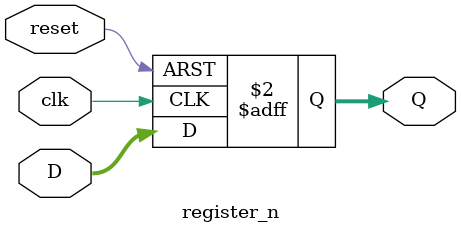
<source format=sv>
module register_n #(parameter N=8)
						(input logic [N-1:0] D,
						input logic clk, reset,
						output [N-1:0] Q);

always_ff @ (posedge clk, posedge reset)
if (reset) Q <=  'b0;
	else    Q <= D;
endmodule

</source>
